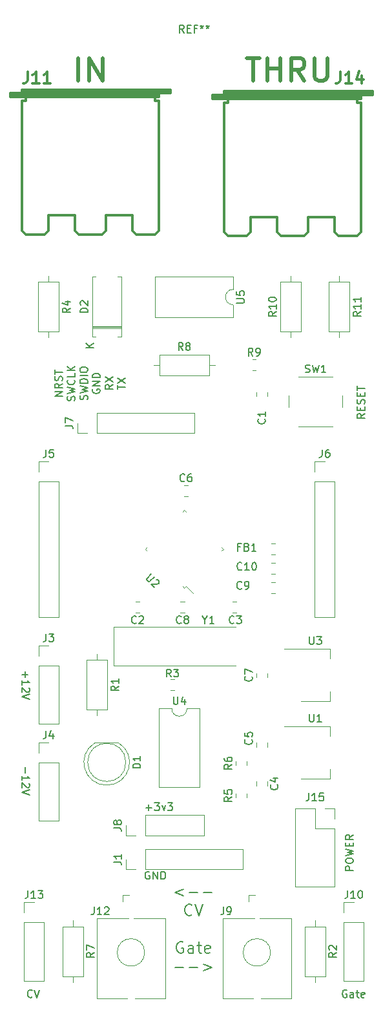
<source format=gbr>
%TF.GenerationSoftware,KiCad,Pcbnew,5.1.8-5.1.8*%
%TF.CreationDate,2020-12-14T22:16:24-06:00*%
%TF.ProjectId,Mini2CV,4d696e69-3243-4562-9e6b-696361645f70,rev?*%
%TF.SameCoordinates,Original*%
%TF.FileFunction,Legend,Top*%
%TF.FilePolarity,Positive*%
%FSLAX46Y46*%
G04 Gerber Fmt 4.6, Leading zero omitted, Abs format (unit mm)*
G04 Created by KiCad (PCBNEW 5.1.8-5.1.8) date 2020-12-14 22:16:24*
%MOMM*%
%LPD*%
G01*
G04 APERTURE LIST*
%ADD10C,0.150000*%
%ADD11C,0.200000*%
%ADD12C,0.500000*%
%ADD13C,0.120000*%
%ADD14C,0.304800*%
G04 APERTURE END LIST*
D10*
X137952380Y-74952380D02*
X137476190Y-75285714D01*
X137952380Y-75523809D02*
X136952380Y-75523809D01*
X136952380Y-75142857D01*
X137000000Y-75047619D01*
X137047619Y-75000000D01*
X137142857Y-74952380D01*
X137285714Y-74952380D01*
X137380952Y-75000000D01*
X137428571Y-75047619D01*
X137476190Y-75142857D01*
X137476190Y-75523809D01*
X137428571Y-74523809D02*
X137428571Y-74190476D01*
X137952380Y-74047619D02*
X137952380Y-74523809D01*
X136952380Y-74523809D01*
X136952380Y-74047619D01*
X137904761Y-73666666D02*
X137952380Y-73523809D01*
X137952380Y-73285714D01*
X137904761Y-73190476D01*
X137857142Y-73142857D01*
X137761904Y-73095238D01*
X137666666Y-73095238D01*
X137571428Y-73142857D01*
X137523809Y-73190476D01*
X137476190Y-73285714D01*
X137428571Y-73476190D01*
X137380952Y-73571428D01*
X137333333Y-73619047D01*
X137238095Y-73666666D01*
X137142857Y-73666666D01*
X137047619Y-73619047D01*
X137000000Y-73571428D01*
X136952380Y-73476190D01*
X136952380Y-73238095D01*
X137000000Y-73095238D01*
X137428571Y-72666666D02*
X137428571Y-72333333D01*
X137952380Y-72190476D02*
X137952380Y-72666666D01*
X136952380Y-72666666D01*
X136952380Y-72190476D01*
X136952380Y-71904761D02*
X136952380Y-71333333D01*
X137952380Y-71619047D02*
X136952380Y-71619047D01*
X135595238Y-150500000D02*
X135500000Y-150452380D01*
X135357142Y-150452380D01*
X135214285Y-150500000D01*
X135119047Y-150595238D01*
X135071428Y-150690476D01*
X135023809Y-150880952D01*
X135023809Y-151023809D01*
X135071428Y-151214285D01*
X135119047Y-151309523D01*
X135214285Y-151404761D01*
X135357142Y-151452380D01*
X135452380Y-151452380D01*
X135595238Y-151404761D01*
X135642857Y-151357142D01*
X135642857Y-151023809D01*
X135452380Y-151023809D01*
X136500000Y-151452380D02*
X136500000Y-150928571D01*
X136452380Y-150833333D01*
X136357142Y-150785714D01*
X136166666Y-150785714D01*
X136071428Y-150833333D01*
X136500000Y-151404761D02*
X136404761Y-151452380D01*
X136166666Y-151452380D01*
X136071428Y-151404761D01*
X136023809Y-151309523D01*
X136023809Y-151214285D01*
X136071428Y-151119047D01*
X136166666Y-151071428D01*
X136404761Y-151071428D01*
X136500000Y-151023809D01*
X136833333Y-150785714D02*
X137214285Y-150785714D01*
X136976190Y-150452380D02*
X136976190Y-151309523D01*
X137023809Y-151404761D01*
X137119047Y-151452380D01*
X137214285Y-151452380D01*
X137928571Y-151404761D02*
X137833333Y-151452380D01*
X137642857Y-151452380D01*
X137547619Y-151404761D01*
X137500000Y-151309523D01*
X137500000Y-150928571D01*
X137547619Y-150833333D01*
X137642857Y-150785714D01*
X137833333Y-150785714D01*
X137928571Y-150833333D01*
X137976190Y-150928571D01*
X137976190Y-151023809D01*
X137500000Y-151119047D01*
X94380952Y-151357142D02*
X94333333Y-151404761D01*
X94190476Y-151452380D01*
X94095238Y-151452380D01*
X93952380Y-151404761D01*
X93857142Y-151309523D01*
X93809523Y-151214285D01*
X93761904Y-151023809D01*
X93761904Y-150880952D01*
X93809523Y-150690476D01*
X93857142Y-150595238D01*
X93952380Y-150500000D01*
X94095238Y-150452380D01*
X94190476Y-150452380D01*
X94333333Y-150500000D01*
X94380952Y-150547619D01*
X94666666Y-150452380D02*
X95000000Y-151452380D01*
X95333333Y-150452380D01*
X136452380Y-134809523D02*
X135452380Y-134809523D01*
X135452380Y-134428571D01*
X135500000Y-134333333D01*
X135547619Y-134285714D01*
X135642857Y-134238095D01*
X135785714Y-134238095D01*
X135880952Y-134285714D01*
X135928571Y-134333333D01*
X135976190Y-134428571D01*
X135976190Y-134809523D01*
X135452380Y-133619047D02*
X135452380Y-133428571D01*
X135500000Y-133333333D01*
X135595238Y-133238095D01*
X135785714Y-133190476D01*
X136119047Y-133190476D01*
X136309523Y-133238095D01*
X136404761Y-133333333D01*
X136452380Y-133428571D01*
X136452380Y-133619047D01*
X136404761Y-133714285D01*
X136309523Y-133809523D01*
X136119047Y-133857142D01*
X135785714Y-133857142D01*
X135595238Y-133809523D01*
X135500000Y-133714285D01*
X135452380Y-133619047D01*
X135452380Y-132857142D02*
X136452380Y-132619047D01*
X135738095Y-132428571D01*
X136452380Y-132238095D01*
X135452380Y-132000000D01*
X135928571Y-131619047D02*
X135928571Y-131285714D01*
X136452380Y-131142857D02*
X136452380Y-131619047D01*
X135452380Y-131619047D01*
X135452380Y-131142857D01*
X136452380Y-130142857D02*
X135976190Y-130476190D01*
X136452380Y-130714285D02*
X135452380Y-130714285D01*
X135452380Y-130333333D01*
X135500000Y-130238095D01*
X135547619Y-130190476D01*
X135642857Y-130142857D01*
X135785714Y-130142857D01*
X135880952Y-130190476D01*
X135928571Y-130238095D01*
X135976190Y-130333333D01*
X135976190Y-130714285D01*
X109738095Y-135000000D02*
X109642857Y-134952380D01*
X109500000Y-134952380D01*
X109357142Y-135000000D01*
X109261904Y-135095238D01*
X109214285Y-135190476D01*
X109166666Y-135380952D01*
X109166666Y-135523809D01*
X109214285Y-135714285D01*
X109261904Y-135809523D01*
X109357142Y-135904761D01*
X109500000Y-135952380D01*
X109595238Y-135952380D01*
X109738095Y-135904761D01*
X109785714Y-135857142D01*
X109785714Y-135523809D01*
X109595238Y-135523809D01*
X110214285Y-135952380D02*
X110214285Y-134952380D01*
X110785714Y-135952380D01*
X110785714Y-134952380D01*
X111261904Y-135952380D02*
X111261904Y-134952380D01*
X111500000Y-134952380D01*
X111642857Y-135000000D01*
X111738095Y-135095238D01*
X111785714Y-135190476D01*
X111833333Y-135380952D01*
X111833333Y-135523809D01*
X111785714Y-135714285D01*
X111738095Y-135809523D01*
X111642857Y-135904761D01*
X111500000Y-135952380D01*
X111261904Y-135952380D01*
X109285714Y-126571428D02*
X110047619Y-126571428D01*
X109666666Y-126952380D02*
X109666666Y-126190476D01*
X110428571Y-125952380D02*
X111047619Y-125952380D01*
X110714285Y-126333333D01*
X110857142Y-126333333D01*
X110952380Y-126380952D01*
X111000000Y-126428571D01*
X111047619Y-126523809D01*
X111047619Y-126761904D01*
X111000000Y-126857142D01*
X110952380Y-126904761D01*
X110857142Y-126952380D01*
X110571428Y-126952380D01*
X110476190Y-126904761D01*
X110428571Y-126857142D01*
X111380952Y-126285714D02*
X111619047Y-126952380D01*
X111857142Y-126285714D01*
X112142857Y-125952380D02*
X112761904Y-125952380D01*
X112428571Y-126333333D01*
X112571428Y-126333333D01*
X112666666Y-126380952D01*
X112714285Y-126428571D01*
X112761904Y-126523809D01*
X112761904Y-126761904D01*
X112714285Y-126857142D01*
X112666666Y-126904761D01*
X112571428Y-126952380D01*
X112285714Y-126952380D01*
X112190476Y-126904761D01*
X112142857Y-126857142D01*
X93428571Y-121238095D02*
X93428571Y-122000000D01*
X93047619Y-123000000D02*
X93047619Y-122428571D01*
X93047619Y-122714285D02*
X94047619Y-122714285D01*
X93904761Y-122619047D01*
X93809523Y-122523809D01*
X93761904Y-122428571D01*
X93952380Y-123380952D02*
X94000000Y-123428571D01*
X94047619Y-123523809D01*
X94047619Y-123761904D01*
X94000000Y-123857142D01*
X93952380Y-123904761D01*
X93857142Y-123952380D01*
X93761904Y-123952380D01*
X93619047Y-123904761D01*
X93047619Y-123333333D01*
X93047619Y-123952380D01*
X94047619Y-124238095D02*
X93047619Y-124571428D01*
X94047619Y-124904761D01*
X93428571Y-108738095D02*
X93428571Y-109500000D01*
X93047619Y-109119047D02*
X93809523Y-109119047D01*
X93047619Y-110500000D02*
X93047619Y-109928571D01*
X93047619Y-110214285D02*
X94047619Y-110214285D01*
X93904761Y-110119047D01*
X93809523Y-110023809D01*
X93761904Y-109928571D01*
X93952380Y-110880952D02*
X94000000Y-110928571D01*
X94047619Y-111023809D01*
X94047619Y-111261904D01*
X94000000Y-111357142D01*
X93952380Y-111404761D01*
X93857142Y-111452380D01*
X93761904Y-111452380D01*
X93619047Y-111404761D01*
X93047619Y-110833333D01*
X93047619Y-111452380D01*
X94047619Y-111738095D02*
X93047619Y-112071428D01*
X94047619Y-112404761D01*
D11*
X114214285Y-137278571D02*
X113071428Y-137707142D01*
X114214285Y-138135714D01*
X114928571Y-137707142D02*
X116071428Y-137707142D01*
X116785714Y-137707142D02*
X117928571Y-137707142D01*
X115321428Y-140585714D02*
X115250000Y-140657142D01*
X115035714Y-140728571D01*
X114892857Y-140728571D01*
X114678571Y-140657142D01*
X114535714Y-140514285D01*
X114464285Y-140371428D01*
X114392857Y-140085714D01*
X114392857Y-139871428D01*
X114464285Y-139585714D01*
X114535714Y-139442857D01*
X114678571Y-139300000D01*
X114892857Y-139228571D01*
X115035714Y-139228571D01*
X115250000Y-139300000D01*
X115321428Y-139371428D01*
X115750000Y-139228571D02*
X116250000Y-140728571D01*
X116750000Y-139228571D01*
X114142857Y-144200000D02*
X114000000Y-144128571D01*
X113785714Y-144128571D01*
X113571428Y-144200000D01*
X113428571Y-144342857D01*
X113357142Y-144485714D01*
X113285714Y-144771428D01*
X113285714Y-144985714D01*
X113357142Y-145271428D01*
X113428571Y-145414285D01*
X113571428Y-145557142D01*
X113785714Y-145628571D01*
X113928571Y-145628571D01*
X114142857Y-145557142D01*
X114214285Y-145485714D01*
X114214285Y-144985714D01*
X113928571Y-144985714D01*
X115500000Y-145628571D02*
X115500000Y-144842857D01*
X115428571Y-144700000D01*
X115285714Y-144628571D01*
X115000000Y-144628571D01*
X114857142Y-144700000D01*
X115500000Y-145557142D02*
X115357142Y-145628571D01*
X115000000Y-145628571D01*
X114857142Y-145557142D01*
X114785714Y-145414285D01*
X114785714Y-145271428D01*
X114857142Y-145128571D01*
X115000000Y-145057142D01*
X115357142Y-145057142D01*
X115500000Y-144985714D01*
X116000000Y-144628571D02*
X116571428Y-144628571D01*
X116214285Y-144128571D02*
X116214285Y-145414285D01*
X116285714Y-145557142D01*
X116428571Y-145628571D01*
X116571428Y-145628571D01*
X117642857Y-145557142D02*
X117500000Y-145628571D01*
X117214285Y-145628571D01*
X117071428Y-145557142D01*
X117000000Y-145414285D01*
X117000000Y-144842857D01*
X117071428Y-144700000D01*
X117214285Y-144628571D01*
X117500000Y-144628571D01*
X117642857Y-144700000D01*
X117714285Y-144842857D01*
X117714285Y-144985714D01*
X117000000Y-145128571D01*
X113071428Y-147507142D02*
X114214285Y-147507142D01*
X114928571Y-147507142D02*
X116071428Y-147507142D01*
X116785714Y-147078571D02*
X117928571Y-147507142D01*
X116785714Y-147935714D01*
D12*
X122500000Y-28357142D02*
X124214285Y-28357142D01*
X123357142Y-31357142D02*
X123357142Y-28357142D01*
X125214285Y-31357142D02*
X125214285Y-28357142D01*
X125214285Y-29785714D02*
X126928571Y-29785714D01*
X126928571Y-31357142D02*
X126928571Y-28357142D01*
X130071428Y-31357142D02*
X129071428Y-29928571D01*
X128357142Y-31357142D02*
X128357142Y-28357142D01*
X129500000Y-28357142D01*
X129785714Y-28500000D01*
X129928571Y-28642857D01*
X130071428Y-28928571D01*
X130071428Y-29357142D01*
X129928571Y-29642857D01*
X129785714Y-29785714D01*
X129500000Y-29928571D01*
X128357142Y-29928571D01*
X131357142Y-28357142D02*
X131357142Y-30785714D01*
X131500000Y-31071428D01*
X131642857Y-31214285D01*
X131928571Y-31357142D01*
X132500000Y-31357142D01*
X132785714Y-31214285D01*
X132928571Y-31071428D01*
X133071428Y-30785714D01*
X133071428Y-28357142D01*
X100428571Y-31357142D02*
X100428571Y-28357142D01*
X101857142Y-31357142D02*
X101857142Y-28357142D01*
X103571428Y-31357142D01*
X103571428Y-28357142D01*
D10*
X98327380Y-72642857D02*
X97327380Y-72642857D01*
X98327380Y-72071428D01*
X97327380Y-72071428D01*
X98327380Y-71023809D02*
X97851190Y-71357142D01*
X98327380Y-71595238D02*
X97327380Y-71595238D01*
X97327380Y-71214285D01*
X97375000Y-71119047D01*
X97422619Y-71071428D01*
X97517857Y-71023809D01*
X97660714Y-71023809D01*
X97755952Y-71071428D01*
X97803571Y-71119047D01*
X97851190Y-71214285D01*
X97851190Y-71595238D01*
X98279761Y-70642857D02*
X98327380Y-70500000D01*
X98327380Y-70261904D01*
X98279761Y-70166666D01*
X98232142Y-70119047D01*
X98136904Y-70071428D01*
X98041666Y-70071428D01*
X97946428Y-70119047D01*
X97898809Y-70166666D01*
X97851190Y-70261904D01*
X97803571Y-70452380D01*
X97755952Y-70547619D01*
X97708333Y-70595238D01*
X97613095Y-70642857D01*
X97517857Y-70642857D01*
X97422619Y-70595238D01*
X97375000Y-70547619D01*
X97327380Y-70452380D01*
X97327380Y-70214285D01*
X97375000Y-70071428D01*
X97327380Y-69785714D02*
X97327380Y-69214285D01*
X98327380Y-69500000D02*
X97327380Y-69500000D01*
X99929761Y-73261904D02*
X99977380Y-73119047D01*
X99977380Y-72880952D01*
X99929761Y-72785714D01*
X99882142Y-72738095D01*
X99786904Y-72690476D01*
X99691666Y-72690476D01*
X99596428Y-72738095D01*
X99548809Y-72785714D01*
X99501190Y-72880952D01*
X99453571Y-73071428D01*
X99405952Y-73166666D01*
X99358333Y-73214285D01*
X99263095Y-73261904D01*
X99167857Y-73261904D01*
X99072619Y-73214285D01*
X99025000Y-73166666D01*
X98977380Y-73071428D01*
X98977380Y-72833333D01*
X99025000Y-72690476D01*
X98977380Y-72357142D02*
X99977380Y-72119047D01*
X99263095Y-71928571D01*
X99977380Y-71738095D01*
X98977380Y-71500000D01*
X99882142Y-70547619D02*
X99929761Y-70595238D01*
X99977380Y-70738095D01*
X99977380Y-70833333D01*
X99929761Y-70976190D01*
X99834523Y-71071428D01*
X99739285Y-71119047D01*
X99548809Y-71166666D01*
X99405952Y-71166666D01*
X99215476Y-71119047D01*
X99120238Y-71071428D01*
X99025000Y-70976190D01*
X98977380Y-70833333D01*
X98977380Y-70738095D01*
X99025000Y-70595238D01*
X99072619Y-70547619D01*
X99977380Y-69642857D02*
X99977380Y-70119047D01*
X98977380Y-70119047D01*
X99977380Y-69309523D02*
X98977380Y-69309523D01*
X99977380Y-68738095D02*
X99405952Y-69166666D01*
X98977380Y-68738095D02*
X99548809Y-69309523D01*
X101579761Y-73119047D02*
X101627380Y-72976190D01*
X101627380Y-72738095D01*
X101579761Y-72642857D01*
X101532142Y-72595238D01*
X101436904Y-72547619D01*
X101341666Y-72547619D01*
X101246428Y-72595238D01*
X101198809Y-72642857D01*
X101151190Y-72738095D01*
X101103571Y-72928571D01*
X101055952Y-73023809D01*
X101008333Y-73071428D01*
X100913095Y-73119047D01*
X100817857Y-73119047D01*
X100722619Y-73071428D01*
X100675000Y-73023809D01*
X100627380Y-72928571D01*
X100627380Y-72690476D01*
X100675000Y-72547619D01*
X100627380Y-72214285D02*
X101627380Y-71976190D01*
X100913095Y-71785714D01*
X101627380Y-71595238D01*
X100627380Y-71357142D01*
X101627380Y-70976190D02*
X100627380Y-70976190D01*
X100627380Y-70738095D01*
X100675000Y-70595238D01*
X100770238Y-70500000D01*
X100865476Y-70452380D01*
X101055952Y-70404761D01*
X101198809Y-70404761D01*
X101389285Y-70452380D01*
X101484523Y-70500000D01*
X101579761Y-70595238D01*
X101627380Y-70738095D01*
X101627380Y-70976190D01*
X101627380Y-69976190D02*
X100627380Y-69976190D01*
X100627380Y-69309523D02*
X100627380Y-69119047D01*
X100675000Y-69023809D01*
X100770238Y-68928571D01*
X100960714Y-68880952D01*
X101294047Y-68880952D01*
X101484523Y-68928571D01*
X101579761Y-69023809D01*
X101627380Y-69119047D01*
X101627380Y-69309523D01*
X101579761Y-69404761D01*
X101484523Y-69500000D01*
X101294047Y-69547619D01*
X100960714Y-69547619D01*
X100770238Y-69500000D01*
X100675000Y-69404761D01*
X100627380Y-69309523D01*
X102325000Y-71761904D02*
X102277380Y-71857142D01*
X102277380Y-72000000D01*
X102325000Y-72142857D01*
X102420238Y-72238095D01*
X102515476Y-72285714D01*
X102705952Y-72333333D01*
X102848809Y-72333333D01*
X103039285Y-72285714D01*
X103134523Y-72238095D01*
X103229761Y-72142857D01*
X103277380Y-72000000D01*
X103277380Y-71904761D01*
X103229761Y-71761904D01*
X103182142Y-71714285D01*
X102848809Y-71714285D01*
X102848809Y-71904761D01*
X103277380Y-71285714D02*
X102277380Y-71285714D01*
X103277380Y-70714285D01*
X102277380Y-70714285D01*
X103277380Y-70238095D02*
X102277380Y-70238095D01*
X102277380Y-70000000D01*
X102325000Y-69857142D01*
X102420238Y-69761904D01*
X102515476Y-69714285D01*
X102705952Y-69666666D01*
X102848809Y-69666666D01*
X103039285Y-69714285D01*
X103134523Y-69761904D01*
X103229761Y-69857142D01*
X103277380Y-70000000D01*
X103277380Y-70238095D01*
X104927380Y-71166666D02*
X104451190Y-71500000D01*
X104927380Y-71738095D02*
X103927380Y-71738095D01*
X103927380Y-71357142D01*
X103975000Y-71261904D01*
X104022619Y-71214285D01*
X104117857Y-71166666D01*
X104260714Y-71166666D01*
X104355952Y-71214285D01*
X104403571Y-71261904D01*
X104451190Y-71357142D01*
X104451190Y-71738095D01*
X103927380Y-70833333D02*
X104927380Y-70166666D01*
X103927380Y-70166666D02*
X104927380Y-70833333D01*
X105577380Y-71761904D02*
X105577380Y-71190476D01*
X106577380Y-71476190D02*
X105577380Y-71476190D01*
X105577380Y-70952380D02*
X106577380Y-70285714D01*
X105577380Y-70285714D02*
X106577380Y-70952380D01*
D13*
%TO.C,C1*%
X123725000Y-72651252D02*
X123725000Y-72128748D01*
X125195000Y-72651252D02*
X125195000Y-72128748D01*
%TO.C,C2*%
X108443752Y-99595000D02*
X107921248Y-99595000D01*
X108443752Y-101065000D02*
X107921248Y-101065000D01*
%TO.C,C3*%
X120621248Y-99595000D02*
X121143752Y-99595000D01*
X120621248Y-101065000D02*
X121143752Y-101065000D01*
%TO.C,C4*%
X123725000Y-123161248D02*
X123725000Y-123683752D01*
X125195000Y-123161248D02*
X125195000Y-123683752D01*
%TO.C,C5*%
X123725000Y-118603752D02*
X123725000Y-118081248D01*
X125195000Y-118603752D02*
X125195000Y-118081248D01*
%TO.C,C6*%
X114271248Y-85825000D02*
X114793752Y-85825000D01*
X114271248Y-84355000D02*
X114793752Y-84355000D01*
%TO.C,C7*%
X125195000Y-109481252D02*
X125195000Y-108958748D01*
X123725000Y-109481252D02*
X123725000Y-108958748D01*
%TO.C,C8*%
X114328752Y-101065000D02*
X113806248Y-101065000D01*
X114328752Y-99595000D02*
X113806248Y-99595000D01*
%TO.C,C9*%
X125701248Y-98525000D02*
X126223752Y-98525000D01*
X125701248Y-97055000D02*
X126223752Y-97055000D01*
%TO.C,C10*%
X125701248Y-94515000D02*
X126223752Y-94515000D01*
X125701248Y-95985000D02*
X126223752Y-95985000D01*
%TO.C,D1*%
X105685000Y-118090000D02*
X102595000Y-118090000D01*
X106640000Y-120650000D02*
G75*
G03*
X106640000Y-120650000I-2500000J0D01*
G01*
X104139538Y-123640000D02*
G75*
G03*
X105684830Y-118090000I462J2990000D01*
G01*
X104140462Y-123640000D02*
G75*
G02*
X102595170Y-118090000I-462J2990000D01*
G01*
%TO.C,D2*%
X102220000Y-63740000D02*
X106060000Y-63740000D01*
X102220000Y-63500000D02*
X106060000Y-63500000D01*
X102220000Y-63620000D02*
X106060000Y-63620000D01*
X106060000Y-57040000D02*
X105580000Y-57040000D01*
X106060000Y-64880000D02*
X106060000Y-57040000D01*
X105580000Y-64880000D02*
X106060000Y-64880000D01*
X102220000Y-57040000D02*
X102700000Y-57040000D01*
X102220000Y-64880000D02*
X102220000Y-57040000D01*
X102700000Y-64880000D02*
X102220000Y-64880000D01*
%TO.C,FB1*%
X125713748Y-93420000D02*
X126236252Y-93420000D01*
X125713748Y-92000000D02*
X126236252Y-92000000D01*
%TO.C,J1*%
X121980000Y-134680000D02*
X121980000Y-132020000D01*
X109220000Y-134680000D02*
X121980000Y-134680000D01*
X109220000Y-132020000D02*
X121980000Y-132020000D01*
X109220000Y-134680000D02*
X109220000Y-132020000D01*
X107950000Y-134680000D02*
X106620000Y-134680000D01*
X106620000Y-134680000D02*
X106620000Y-133350000D01*
%TO.C,J3*%
X95190000Y-105350000D02*
X96520000Y-105350000D01*
X95190000Y-106680000D02*
X95190000Y-105350000D01*
X95190000Y-107950000D02*
X97850000Y-107950000D01*
X97850000Y-107950000D02*
X97850000Y-115630000D01*
X95190000Y-107950000D02*
X95190000Y-115630000D01*
X95190000Y-115630000D02*
X97850000Y-115630000D01*
%TO.C,J4*%
X95190000Y-128330000D02*
X97850000Y-128330000D01*
X95190000Y-120650000D02*
X95190000Y-128330000D01*
X97850000Y-120650000D02*
X97850000Y-128330000D01*
X95190000Y-120650000D02*
X97850000Y-120650000D01*
X95190000Y-119380000D02*
X95190000Y-118050000D01*
X95190000Y-118050000D02*
X96520000Y-118050000D01*
%TO.C,J5*%
X95190000Y-81220000D02*
X96520000Y-81220000D01*
X95190000Y-82550000D02*
X95190000Y-81220000D01*
X95190000Y-83820000D02*
X97850000Y-83820000D01*
X97850000Y-83820000D02*
X97850000Y-101660000D01*
X95190000Y-83820000D02*
X95190000Y-101660000D01*
X95190000Y-101660000D02*
X97850000Y-101660000D01*
%TO.C,J6*%
X131385000Y-101660000D02*
X134045000Y-101660000D01*
X131385000Y-83820000D02*
X131385000Y-101660000D01*
X134045000Y-83820000D02*
X134045000Y-101660000D01*
X131385000Y-83820000D02*
X134045000Y-83820000D01*
X131385000Y-82550000D02*
X131385000Y-81220000D01*
X131385000Y-81220000D02*
X132715000Y-81220000D01*
%TO.C,J7*%
X100270000Y-77530000D02*
X100270000Y-76200000D01*
X101600000Y-77530000D02*
X100270000Y-77530000D01*
X102870000Y-77530000D02*
X102870000Y-74870000D01*
X102870000Y-74870000D02*
X115630000Y-74870000D01*
X102870000Y-77530000D02*
X115630000Y-77530000D01*
X115630000Y-77530000D02*
X115630000Y-74870000D01*
%TO.C,J8*%
X106620000Y-130235000D02*
X106620000Y-128905000D01*
X107950000Y-130235000D02*
X106620000Y-130235000D01*
X109220000Y-130235000D02*
X109220000Y-127575000D01*
X109220000Y-127575000D02*
X116900000Y-127575000D01*
X109220000Y-130235000D02*
X116900000Y-130235000D01*
X116900000Y-130235000D02*
X116900000Y-127575000D01*
%TO.C,J9*%
X119325000Y-141045000D02*
X119325000Y-151545000D01*
X128325000Y-141045000D02*
X128325000Y-151545000D01*
X128325000Y-151545000D02*
X124325000Y-151545000D01*
X123325000Y-151545000D02*
X119325000Y-151545000D01*
X128325000Y-141045000D02*
X124175000Y-141045000D01*
X123475000Y-141045000D02*
X119325000Y-141045000D01*
X125625000Y-145545000D02*
G75*
G03*
X125625000Y-145545000I-1800000J0D01*
G01*
X122765000Y-138065000D02*
X122765000Y-138865000D01*
X122765000Y-138065000D02*
X123625000Y-138065000D01*
%TO.C,J10*%
X135195000Y-149285000D02*
X137855000Y-149285000D01*
X135195000Y-141605000D02*
X135195000Y-149285000D01*
X137855000Y-141605000D02*
X137855000Y-149285000D01*
X135195000Y-141605000D02*
X137855000Y-141605000D01*
X135195000Y-140335000D02*
X135195000Y-139005000D01*
X135195000Y-139005000D02*
X136525000Y-139005000D01*
D14*
%TO.C,J11*%
X110999220Y-33249700D02*
X91499640Y-33249700D01*
X93000780Y-33000780D02*
X110999220Y-33000780D01*
X112500360Y-32749320D02*
X93000780Y-32749320D01*
X110999220Y-50999220D02*
X110999220Y-33999000D01*
X110999220Y-50999220D02*
X110498840Y-51499600D01*
X110498840Y-51499600D02*
X107999480Y-51499600D01*
X107999480Y-51499600D02*
X107499100Y-50999220D01*
X107499100Y-50999220D02*
X107499100Y-49000240D01*
X107499100Y-49000240D02*
X103998980Y-49000240D01*
X93000780Y-50999220D02*
X93000780Y-33999000D01*
X93000780Y-50999220D02*
X93501160Y-51499600D01*
X93501160Y-51499600D02*
X95500140Y-51499600D01*
X95500140Y-51499600D02*
X96000520Y-51499600D01*
X96000520Y-51499600D02*
X96500900Y-50999220D01*
X96500900Y-50999220D02*
X96500900Y-49000240D01*
X96500900Y-49000240D02*
X100001020Y-49000240D01*
X103501140Y-51499600D02*
X103998980Y-50999220D01*
X103998980Y-50999220D02*
X103998980Y-49000240D01*
X103501140Y-51499600D02*
X100498860Y-51499600D01*
X100498860Y-51499600D02*
X100001020Y-50999220D01*
X100001020Y-50999220D02*
X100001020Y-49000240D01*
X91499640Y-33000780D02*
X93000780Y-33000780D01*
X93000780Y-33000780D02*
X93000780Y-32500400D01*
X93000780Y-32500400D02*
X112500360Y-32500400D01*
X112500360Y-33000780D02*
X110999220Y-33000780D01*
X110999220Y-33000780D02*
X110999220Y-33501160D01*
X110999220Y-33501160D02*
X91499640Y-33501160D01*
X93000780Y-33999000D02*
X93501160Y-33999000D01*
X110999220Y-33999000D02*
X110498840Y-33999000D01*
X93501160Y-33501160D02*
X93501160Y-33999000D01*
X110498840Y-33999000D02*
X110498840Y-33501160D01*
X112500360Y-32500400D02*
X112500360Y-33000780D01*
X91499640Y-33501160D02*
X91499640Y-33000780D01*
D13*
%TO.C,J12*%
X106255000Y-138065000D02*
X107115000Y-138065000D01*
X106255000Y-138065000D02*
X106255000Y-138865000D01*
X109115000Y-145545000D02*
G75*
G03*
X109115000Y-145545000I-1800000J0D01*
G01*
X106965000Y-141045000D02*
X102815000Y-141045000D01*
X111815000Y-141045000D02*
X107665000Y-141045000D01*
X106815000Y-151545000D02*
X102815000Y-151545000D01*
X111815000Y-151545000D02*
X107815000Y-151545000D01*
X111815000Y-141045000D02*
X111815000Y-151545000D01*
X102815000Y-141045000D02*
X102815000Y-151545000D01*
%TO.C,J13*%
X93285000Y-139005000D02*
X94615000Y-139005000D01*
X93285000Y-140335000D02*
X93285000Y-139005000D01*
X93285000Y-141605000D02*
X95945000Y-141605000D01*
X95945000Y-141605000D02*
X95945000Y-149285000D01*
X93285000Y-141605000D02*
X93285000Y-149285000D01*
X93285000Y-149285000D02*
X95945000Y-149285000D01*
D14*
%TO.C,J14*%
X117999640Y-33701160D02*
X117999640Y-33200780D01*
X139000360Y-32700400D02*
X139000360Y-33200780D01*
X136998840Y-34199000D02*
X136998840Y-33701160D01*
X120001160Y-33701160D02*
X120001160Y-34199000D01*
X137499220Y-34199000D02*
X136998840Y-34199000D01*
X119500780Y-34199000D02*
X120001160Y-34199000D01*
X137499220Y-33701160D02*
X117999640Y-33701160D01*
X137499220Y-33200780D02*
X137499220Y-33701160D01*
X139000360Y-33200780D02*
X137499220Y-33200780D01*
X119500780Y-32700400D02*
X139000360Y-32700400D01*
X119500780Y-33200780D02*
X119500780Y-32700400D01*
X117999640Y-33200780D02*
X119500780Y-33200780D01*
X126501020Y-51199220D02*
X126501020Y-49200240D01*
X126998860Y-51699600D02*
X126501020Y-51199220D01*
X130001140Y-51699600D02*
X126998860Y-51699600D01*
X130498980Y-51199220D02*
X130498980Y-49200240D01*
X130001140Y-51699600D02*
X130498980Y-51199220D01*
X123000900Y-49200240D02*
X126501020Y-49200240D01*
X123000900Y-51199220D02*
X123000900Y-49200240D01*
X122500520Y-51699600D02*
X123000900Y-51199220D01*
X122000140Y-51699600D02*
X122500520Y-51699600D01*
X120001160Y-51699600D02*
X122000140Y-51699600D01*
X119500780Y-51199220D02*
X120001160Y-51699600D01*
X119500780Y-51199220D02*
X119500780Y-34199000D01*
X133999100Y-49200240D02*
X130498980Y-49200240D01*
X133999100Y-51199220D02*
X133999100Y-49200240D01*
X134499480Y-51699600D02*
X133999100Y-51199220D01*
X136998840Y-51699600D02*
X134499480Y-51699600D01*
X137499220Y-51199220D02*
X136998840Y-51699600D01*
X137499220Y-51199220D02*
X137499220Y-34199000D01*
X139000360Y-32949320D02*
X119500780Y-32949320D01*
X119500780Y-33200780D02*
X137499220Y-33200780D01*
X137499220Y-33449700D02*
X117999640Y-33449700D01*
D13*
%TO.C,J15*%
X132715000Y-126670000D02*
X134045000Y-126670000D01*
X134045000Y-126670000D02*
X134045000Y-128000000D01*
X131445000Y-126670000D02*
X131445000Y-129270000D01*
X131445000Y-129270000D02*
X134045000Y-129270000D01*
X134045000Y-129270000D02*
X134045000Y-136950000D01*
X128845000Y-136950000D02*
X134045000Y-136950000D01*
X128845000Y-126670000D02*
X128845000Y-136950000D01*
X128845000Y-126670000D02*
X131445000Y-126670000D01*
%TO.C,R1*%
X102870000Y-114530000D02*
X102870000Y-113760000D01*
X102870000Y-106450000D02*
X102870000Y-107220000D01*
X104240000Y-113760000D02*
X104240000Y-107220000D01*
X101500000Y-113760000D02*
X104240000Y-113760000D01*
X101500000Y-107220000D02*
X101500000Y-113760000D01*
X104240000Y-107220000D02*
X101500000Y-107220000D01*
%TO.C,R2*%
X131445000Y-149455000D02*
X131445000Y-148685000D01*
X131445000Y-141375000D02*
X131445000Y-142145000D01*
X132815000Y-148685000D02*
X132815000Y-142145000D01*
X130075000Y-148685000D02*
X132815000Y-148685000D01*
X130075000Y-142145000D02*
X130075000Y-148685000D01*
X132815000Y-142145000D02*
X130075000Y-142145000D01*
%TO.C,R3*%
X112987064Y-109755000D02*
X112532936Y-109755000D01*
X112987064Y-111225000D02*
X112532936Y-111225000D01*
%TO.C,R4*%
X97890000Y-57690000D02*
X95150000Y-57690000D01*
X95150000Y-57690000D02*
X95150000Y-64230000D01*
X95150000Y-64230000D02*
X97890000Y-64230000D01*
X97890000Y-64230000D02*
X97890000Y-57690000D01*
X96520000Y-56920000D02*
X96520000Y-57690000D01*
X96520000Y-65000000D02*
X96520000Y-64230000D01*
%TO.C,R5*%
X121015000Y-125227064D02*
X121015000Y-124772936D01*
X122485000Y-125227064D02*
X122485000Y-124772936D01*
%TO.C,R6*%
X122485000Y-120977064D02*
X122485000Y-120522936D01*
X121015000Y-120977064D02*
X121015000Y-120522936D01*
%TO.C,R7*%
X101065000Y-142145000D02*
X98325000Y-142145000D01*
X98325000Y-142145000D02*
X98325000Y-148685000D01*
X98325000Y-148685000D02*
X101065000Y-148685000D01*
X101065000Y-148685000D02*
X101065000Y-142145000D01*
X99695000Y-141375000D02*
X99695000Y-142145000D01*
X99695000Y-149455000D02*
X99695000Y-148685000D01*
%TO.C,R8*%
X111030000Y-67210000D02*
X111030000Y-69950000D01*
X111030000Y-69950000D02*
X117570000Y-69950000D01*
X117570000Y-69950000D02*
X117570000Y-67210000D01*
X117570000Y-67210000D02*
X111030000Y-67210000D01*
X110260000Y-68580000D02*
X111030000Y-68580000D01*
X118340000Y-68580000D02*
X117570000Y-68580000D01*
%TO.C,R9*%
X123232936Y-67845000D02*
X123687064Y-67845000D01*
X123232936Y-69315000D02*
X123687064Y-69315000D01*
%TO.C,R10*%
X128270000Y-56920000D02*
X128270000Y-57690000D01*
X128270000Y-65000000D02*
X128270000Y-64230000D01*
X126900000Y-57690000D02*
X126900000Y-64230000D01*
X129640000Y-57690000D02*
X126900000Y-57690000D01*
X129640000Y-64230000D02*
X129640000Y-57690000D01*
X126900000Y-64230000D02*
X129640000Y-64230000D01*
%TO.C,R11*%
X134620000Y-65000000D02*
X134620000Y-64230000D01*
X134620000Y-56920000D02*
X134620000Y-57690000D01*
X135990000Y-64230000D02*
X135990000Y-57690000D01*
X133250000Y-64230000D02*
X135990000Y-64230000D01*
X133250000Y-57690000D02*
X133250000Y-64230000D01*
X135990000Y-57690000D02*
X133250000Y-57690000D01*
%TO.C,SW1*%
X135020000Y-74120000D02*
X135020000Y-72620000D01*
X133770000Y-70120000D02*
X129270000Y-70120000D01*
X128020000Y-72620000D02*
X128020000Y-74120000D01*
X129270000Y-76620000D02*
X133770000Y-76620000D01*
%TO.C,U1*%
X133380000Y-122790000D02*
X133380000Y-121530000D01*
X133380000Y-115970000D02*
X133380000Y-117230000D01*
X129620000Y-122790000D02*
X133380000Y-122790000D01*
X127370000Y-115970000D02*
X133380000Y-115970000D01*
%TO.C,U2*%
X114512132Y-97603179D02*
X115441977Y-98533024D01*
X114300000Y-97815311D02*
X114512132Y-97603179D01*
X114087868Y-97603179D02*
X114300000Y-97815311D01*
X109194689Y-92710000D02*
X109406821Y-92497868D01*
X109406821Y-92922132D02*
X109194689Y-92710000D01*
X119405311Y-92710000D02*
X119193179Y-92922132D01*
X119193179Y-92497868D02*
X119405311Y-92710000D01*
X114300000Y-87604689D02*
X114087868Y-87816821D01*
X114512132Y-87816821D02*
X114300000Y-87604689D01*
%TO.C,U3*%
X127370000Y-105810000D02*
X133380000Y-105810000D01*
X129620000Y-112630000D02*
X133380000Y-112630000D01*
X133380000Y-105810000D02*
X133380000Y-107070000D01*
X133380000Y-112630000D02*
X133380000Y-111370000D01*
%TO.C,U4*%
X114665000Y-113605000D02*
G75*
G02*
X112665000Y-113605000I-1000000J0D01*
G01*
X112665000Y-113605000D02*
X111015000Y-113605000D01*
X111015000Y-113605000D02*
X111015000Y-123885000D01*
X111015000Y-123885000D02*
X116315000Y-123885000D01*
X116315000Y-123885000D02*
X116315000Y-113605000D01*
X116315000Y-113605000D02*
X114665000Y-113605000D01*
%TO.C,U5*%
X120710000Y-62340000D02*
X120710000Y-60690000D01*
X110430000Y-62340000D02*
X120710000Y-62340000D01*
X110430000Y-57040000D02*
X110430000Y-62340000D01*
X120710000Y-57040000D02*
X110430000Y-57040000D01*
X120710000Y-58690000D02*
X120710000Y-57040000D01*
X120710000Y-60690000D02*
G75*
G02*
X120710000Y-58690000I0J1000000D01*
G01*
%TO.C,Y1*%
X105082500Y-107960000D02*
X121057500Y-107960000D01*
X105082500Y-102860000D02*
X105082500Y-107960000D01*
X121057500Y-102860000D02*
X105082500Y-102860000D01*
%TO.C,REF\u002A\u002A*%
D10*
X114266666Y-25052380D02*
X113933333Y-24576190D01*
X113695238Y-25052380D02*
X113695238Y-24052380D01*
X114076190Y-24052380D01*
X114171428Y-24100000D01*
X114219047Y-24147619D01*
X114266666Y-24242857D01*
X114266666Y-24385714D01*
X114219047Y-24480952D01*
X114171428Y-24528571D01*
X114076190Y-24576190D01*
X113695238Y-24576190D01*
X114695238Y-24528571D02*
X115028571Y-24528571D01*
X115171428Y-25052380D02*
X114695238Y-25052380D01*
X114695238Y-24052380D01*
X115171428Y-24052380D01*
X115933333Y-24528571D02*
X115600000Y-24528571D01*
X115600000Y-25052380D02*
X115600000Y-24052380D01*
X116076190Y-24052380D01*
X116600000Y-24052380D02*
X116600000Y-24290476D01*
X116361904Y-24195238D02*
X116600000Y-24290476D01*
X116838095Y-24195238D01*
X116457142Y-24480952D02*
X116600000Y-24290476D01*
X116742857Y-24480952D01*
X117361904Y-24052380D02*
X117361904Y-24290476D01*
X117123809Y-24195238D02*
X117361904Y-24290476D01*
X117600000Y-24195238D01*
X117219047Y-24480952D02*
X117361904Y-24290476D01*
X117504761Y-24480952D01*
%TO.C,C1*%
X124857142Y-75666666D02*
X124904761Y-75714285D01*
X124952380Y-75857142D01*
X124952380Y-75952380D01*
X124904761Y-76095238D01*
X124809523Y-76190476D01*
X124714285Y-76238095D01*
X124523809Y-76285714D01*
X124380952Y-76285714D01*
X124190476Y-76238095D01*
X124095238Y-76190476D01*
X124000000Y-76095238D01*
X123952380Y-75952380D01*
X123952380Y-75857142D01*
X124000000Y-75714285D01*
X124047619Y-75666666D01*
X124952380Y-74714285D02*
X124952380Y-75285714D01*
X124952380Y-75000000D02*
X123952380Y-75000000D01*
X124095238Y-75095238D01*
X124190476Y-75190476D01*
X124238095Y-75285714D01*
%TO.C,C2*%
X108015833Y-102367142D02*
X107968214Y-102414761D01*
X107825357Y-102462380D01*
X107730119Y-102462380D01*
X107587261Y-102414761D01*
X107492023Y-102319523D01*
X107444404Y-102224285D01*
X107396785Y-102033809D01*
X107396785Y-101890952D01*
X107444404Y-101700476D01*
X107492023Y-101605238D01*
X107587261Y-101510000D01*
X107730119Y-101462380D01*
X107825357Y-101462380D01*
X107968214Y-101510000D01*
X108015833Y-101557619D01*
X108396785Y-101557619D02*
X108444404Y-101510000D01*
X108539642Y-101462380D01*
X108777738Y-101462380D01*
X108872976Y-101510000D01*
X108920595Y-101557619D01*
X108968214Y-101652857D01*
X108968214Y-101748095D01*
X108920595Y-101890952D01*
X108349166Y-102462380D01*
X108968214Y-102462380D01*
%TO.C,C3*%
X120833333Y-102357142D02*
X120785714Y-102404761D01*
X120642857Y-102452380D01*
X120547619Y-102452380D01*
X120404761Y-102404761D01*
X120309523Y-102309523D01*
X120261904Y-102214285D01*
X120214285Y-102023809D01*
X120214285Y-101880952D01*
X120261904Y-101690476D01*
X120309523Y-101595238D01*
X120404761Y-101500000D01*
X120547619Y-101452380D01*
X120642857Y-101452380D01*
X120785714Y-101500000D01*
X120833333Y-101547619D01*
X121166666Y-101452380D02*
X121785714Y-101452380D01*
X121452380Y-101833333D01*
X121595238Y-101833333D01*
X121690476Y-101880952D01*
X121738095Y-101928571D01*
X121785714Y-102023809D01*
X121785714Y-102261904D01*
X121738095Y-102357142D01*
X121690476Y-102404761D01*
X121595238Y-102452380D01*
X121309523Y-102452380D01*
X121214285Y-102404761D01*
X121166666Y-102357142D01*
%TO.C,C4*%
X126497142Y-123589166D02*
X126544761Y-123636785D01*
X126592380Y-123779642D01*
X126592380Y-123874880D01*
X126544761Y-124017738D01*
X126449523Y-124112976D01*
X126354285Y-124160595D01*
X126163809Y-124208214D01*
X126020952Y-124208214D01*
X125830476Y-124160595D01*
X125735238Y-124112976D01*
X125640000Y-124017738D01*
X125592380Y-123874880D01*
X125592380Y-123779642D01*
X125640000Y-123636785D01*
X125687619Y-123589166D01*
X125925714Y-122732023D02*
X126592380Y-122732023D01*
X125544761Y-122970119D02*
X126259047Y-123208214D01*
X126259047Y-122589166D01*
%TO.C,C5*%
X123137142Y-117666666D02*
X123184761Y-117714285D01*
X123232380Y-117857142D01*
X123232380Y-117952380D01*
X123184761Y-118095238D01*
X123089523Y-118190476D01*
X122994285Y-118238095D01*
X122803809Y-118285714D01*
X122660952Y-118285714D01*
X122470476Y-118238095D01*
X122375238Y-118190476D01*
X122280000Y-118095238D01*
X122232380Y-117952380D01*
X122232380Y-117857142D01*
X122280000Y-117714285D01*
X122327619Y-117666666D01*
X122232380Y-116761904D02*
X122232380Y-117238095D01*
X122708571Y-117285714D01*
X122660952Y-117238095D01*
X122613333Y-117142857D01*
X122613333Y-116904761D01*
X122660952Y-116809523D01*
X122708571Y-116761904D01*
X122803809Y-116714285D01*
X123041904Y-116714285D01*
X123137142Y-116761904D01*
X123184761Y-116809523D01*
X123232380Y-116904761D01*
X123232380Y-117142857D01*
X123184761Y-117238095D01*
X123137142Y-117285714D01*
%TO.C,C6*%
X114365833Y-83767142D02*
X114318214Y-83814761D01*
X114175357Y-83862380D01*
X114080119Y-83862380D01*
X113937261Y-83814761D01*
X113842023Y-83719523D01*
X113794404Y-83624285D01*
X113746785Y-83433809D01*
X113746785Y-83290952D01*
X113794404Y-83100476D01*
X113842023Y-83005238D01*
X113937261Y-82910000D01*
X114080119Y-82862380D01*
X114175357Y-82862380D01*
X114318214Y-82910000D01*
X114365833Y-82957619D01*
X115222976Y-82862380D02*
X115032500Y-82862380D01*
X114937261Y-82910000D01*
X114889642Y-82957619D01*
X114794404Y-83100476D01*
X114746785Y-83290952D01*
X114746785Y-83671904D01*
X114794404Y-83767142D01*
X114842023Y-83814761D01*
X114937261Y-83862380D01*
X115127738Y-83862380D01*
X115222976Y-83814761D01*
X115270595Y-83767142D01*
X115318214Y-83671904D01*
X115318214Y-83433809D01*
X115270595Y-83338571D01*
X115222976Y-83290952D01*
X115127738Y-83243333D01*
X114937261Y-83243333D01*
X114842023Y-83290952D01*
X114794404Y-83338571D01*
X114746785Y-83433809D01*
%TO.C,C7*%
X123137142Y-109386666D02*
X123184761Y-109434285D01*
X123232380Y-109577142D01*
X123232380Y-109672380D01*
X123184761Y-109815238D01*
X123089523Y-109910476D01*
X122994285Y-109958095D01*
X122803809Y-110005714D01*
X122660952Y-110005714D01*
X122470476Y-109958095D01*
X122375238Y-109910476D01*
X122280000Y-109815238D01*
X122232380Y-109672380D01*
X122232380Y-109577142D01*
X122280000Y-109434285D01*
X122327619Y-109386666D01*
X122232380Y-109053333D02*
X122232380Y-108386666D01*
X123232380Y-108815238D01*
%TO.C,C8*%
X113900833Y-102367142D02*
X113853214Y-102414761D01*
X113710357Y-102462380D01*
X113615119Y-102462380D01*
X113472261Y-102414761D01*
X113377023Y-102319523D01*
X113329404Y-102224285D01*
X113281785Y-102033809D01*
X113281785Y-101890952D01*
X113329404Y-101700476D01*
X113377023Y-101605238D01*
X113472261Y-101510000D01*
X113615119Y-101462380D01*
X113710357Y-101462380D01*
X113853214Y-101510000D01*
X113900833Y-101557619D01*
X114472261Y-101890952D02*
X114377023Y-101843333D01*
X114329404Y-101795714D01*
X114281785Y-101700476D01*
X114281785Y-101652857D01*
X114329404Y-101557619D01*
X114377023Y-101510000D01*
X114472261Y-101462380D01*
X114662738Y-101462380D01*
X114757976Y-101510000D01*
X114805595Y-101557619D01*
X114853214Y-101652857D01*
X114853214Y-101700476D01*
X114805595Y-101795714D01*
X114757976Y-101843333D01*
X114662738Y-101890952D01*
X114472261Y-101890952D01*
X114377023Y-101938571D01*
X114329404Y-101986190D01*
X114281785Y-102081428D01*
X114281785Y-102271904D01*
X114329404Y-102367142D01*
X114377023Y-102414761D01*
X114472261Y-102462380D01*
X114662738Y-102462380D01*
X114757976Y-102414761D01*
X114805595Y-102367142D01*
X114853214Y-102271904D01*
X114853214Y-102081428D01*
X114805595Y-101986190D01*
X114757976Y-101938571D01*
X114662738Y-101890952D01*
%TO.C,C9*%
X121833333Y-97857142D02*
X121785714Y-97904761D01*
X121642857Y-97952380D01*
X121547619Y-97952380D01*
X121404761Y-97904761D01*
X121309523Y-97809523D01*
X121261904Y-97714285D01*
X121214285Y-97523809D01*
X121214285Y-97380952D01*
X121261904Y-97190476D01*
X121309523Y-97095238D01*
X121404761Y-97000000D01*
X121547619Y-96952380D01*
X121642857Y-96952380D01*
X121785714Y-97000000D01*
X121833333Y-97047619D01*
X122309523Y-97952380D02*
X122500000Y-97952380D01*
X122595238Y-97904761D01*
X122642857Y-97857142D01*
X122738095Y-97714285D01*
X122785714Y-97523809D01*
X122785714Y-97142857D01*
X122738095Y-97047619D01*
X122690476Y-97000000D01*
X122595238Y-96952380D01*
X122404761Y-96952380D01*
X122309523Y-97000000D01*
X122261904Y-97047619D01*
X122214285Y-97142857D01*
X122214285Y-97380952D01*
X122261904Y-97476190D01*
X122309523Y-97523809D01*
X122404761Y-97571428D01*
X122595238Y-97571428D01*
X122690476Y-97523809D01*
X122738095Y-97476190D01*
X122785714Y-97380952D01*
%TO.C,C10*%
X121857142Y-95357142D02*
X121809523Y-95404761D01*
X121666666Y-95452380D01*
X121571428Y-95452380D01*
X121428571Y-95404761D01*
X121333333Y-95309523D01*
X121285714Y-95214285D01*
X121238095Y-95023809D01*
X121238095Y-94880952D01*
X121285714Y-94690476D01*
X121333333Y-94595238D01*
X121428571Y-94500000D01*
X121571428Y-94452380D01*
X121666666Y-94452380D01*
X121809523Y-94500000D01*
X121857142Y-94547619D01*
X122809523Y-95452380D02*
X122238095Y-95452380D01*
X122523809Y-95452380D02*
X122523809Y-94452380D01*
X122428571Y-94595238D01*
X122333333Y-94690476D01*
X122238095Y-94738095D01*
X123428571Y-94452380D02*
X123523809Y-94452380D01*
X123619047Y-94500000D01*
X123666666Y-94547619D01*
X123714285Y-94642857D01*
X123761904Y-94833333D01*
X123761904Y-95071428D01*
X123714285Y-95261904D01*
X123666666Y-95357142D01*
X123619047Y-95404761D01*
X123523809Y-95452380D01*
X123428571Y-95452380D01*
X123333333Y-95404761D01*
X123285714Y-95357142D01*
X123238095Y-95261904D01*
X123190476Y-95071428D01*
X123190476Y-94833333D01*
X123238095Y-94642857D01*
X123285714Y-94547619D01*
X123333333Y-94500000D01*
X123428571Y-94452380D01*
%TO.C,D1*%
X108552380Y-121388095D02*
X107552380Y-121388095D01*
X107552380Y-121150000D01*
X107600000Y-121007142D01*
X107695238Y-120911904D01*
X107790476Y-120864285D01*
X107980952Y-120816666D01*
X108123809Y-120816666D01*
X108314285Y-120864285D01*
X108409523Y-120911904D01*
X108504761Y-121007142D01*
X108552380Y-121150000D01*
X108552380Y-121388095D01*
X108552380Y-119864285D02*
X108552380Y-120435714D01*
X108552380Y-120150000D02*
X107552380Y-120150000D01*
X107695238Y-120245238D01*
X107790476Y-120340476D01*
X107838095Y-120435714D01*
%TO.C,D2*%
X101672380Y-61698095D02*
X100672380Y-61698095D01*
X100672380Y-61460000D01*
X100720000Y-61317142D01*
X100815238Y-61221904D01*
X100910476Y-61174285D01*
X101100952Y-61126666D01*
X101243809Y-61126666D01*
X101434285Y-61174285D01*
X101529523Y-61221904D01*
X101624761Y-61317142D01*
X101672380Y-61460000D01*
X101672380Y-61698095D01*
X100767619Y-60745714D02*
X100720000Y-60698095D01*
X100672380Y-60602857D01*
X100672380Y-60364761D01*
X100720000Y-60269523D01*
X100767619Y-60221904D01*
X100862857Y-60174285D01*
X100958095Y-60174285D01*
X101100952Y-60221904D01*
X101672380Y-60793333D01*
X101672380Y-60174285D01*
X102392380Y-66301904D02*
X101392380Y-66301904D01*
X102392380Y-65730476D02*
X101820952Y-66159047D01*
X101392380Y-65730476D02*
X101963809Y-66301904D01*
%TO.C,FB1*%
X121666666Y-92428571D02*
X121333333Y-92428571D01*
X121333333Y-92952380D02*
X121333333Y-91952380D01*
X121809523Y-91952380D01*
X122523809Y-92428571D02*
X122666666Y-92476190D01*
X122714285Y-92523809D01*
X122761904Y-92619047D01*
X122761904Y-92761904D01*
X122714285Y-92857142D01*
X122666666Y-92904761D01*
X122571428Y-92952380D01*
X122190476Y-92952380D01*
X122190476Y-91952380D01*
X122523809Y-91952380D01*
X122619047Y-92000000D01*
X122666666Y-92047619D01*
X122714285Y-92142857D01*
X122714285Y-92238095D01*
X122666666Y-92333333D01*
X122619047Y-92380952D01*
X122523809Y-92428571D01*
X122190476Y-92428571D01*
X123714285Y-92952380D02*
X123142857Y-92952380D01*
X123428571Y-92952380D02*
X123428571Y-91952380D01*
X123333333Y-92095238D01*
X123238095Y-92190476D01*
X123142857Y-92238095D01*
%TO.C,J1*%
X105072380Y-133683333D02*
X105786666Y-133683333D01*
X105929523Y-133730952D01*
X106024761Y-133826190D01*
X106072380Y-133969047D01*
X106072380Y-134064285D01*
X106072380Y-132683333D02*
X106072380Y-133254761D01*
X106072380Y-132969047D02*
X105072380Y-132969047D01*
X105215238Y-133064285D01*
X105310476Y-133159523D01*
X105358095Y-133254761D01*
%TO.C,J3*%
X96186666Y-103802380D02*
X96186666Y-104516666D01*
X96139047Y-104659523D01*
X96043809Y-104754761D01*
X95900952Y-104802380D01*
X95805714Y-104802380D01*
X96567619Y-103802380D02*
X97186666Y-103802380D01*
X96853333Y-104183333D01*
X96996190Y-104183333D01*
X97091428Y-104230952D01*
X97139047Y-104278571D01*
X97186666Y-104373809D01*
X97186666Y-104611904D01*
X97139047Y-104707142D01*
X97091428Y-104754761D01*
X96996190Y-104802380D01*
X96710476Y-104802380D01*
X96615238Y-104754761D01*
X96567619Y-104707142D01*
%TO.C,J4*%
X96186666Y-116502380D02*
X96186666Y-117216666D01*
X96139047Y-117359523D01*
X96043809Y-117454761D01*
X95900952Y-117502380D01*
X95805714Y-117502380D01*
X97091428Y-116835714D02*
X97091428Y-117502380D01*
X96853333Y-116454761D02*
X96615238Y-117169047D01*
X97234285Y-117169047D01*
%TO.C,J5*%
X96186666Y-79672380D02*
X96186666Y-80386666D01*
X96139047Y-80529523D01*
X96043809Y-80624761D01*
X95900952Y-80672380D01*
X95805714Y-80672380D01*
X97139047Y-79672380D02*
X96662857Y-79672380D01*
X96615238Y-80148571D01*
X96662857Y-80100952D01*
X96758095Y-80053333D01*
X96996190Y-80053333D01*
X97091428Y-80100952D01*
X97139047Y-80148571D01*
X97186666Y-80243809D01*
X97186666Y-80481904D01*
X97139047Y-80577142D01*
X97091428Y-80624761D01*
X96996190Y-80672380D01*
X96758095Y-80672380D01*
X96662857Y-80624761D01*
X96615238Y-80577142D01*
%TO.C,J6*%
X132381666Y-79672380D02*
X132381666Y-80386666D01*
X132334047Y-80529523D01*
X132238809Y-80624761D01*
X132095952Y-80672380D01*
X132000714Y-80672380D01*
X133286428Y-79672380D02*
X133095952Y-79672380D01*
X133000714Y-79720000D01*
X132953095Y-79767619D01*
X132857857Y-79910476D01*
X132810238Y-80100952D01*
X132810238Y-80481904D01*
X132857857Y-80577142D01*
X132905476Y-80624761D01*
X133000714Y-80672380D01*
X133191190Y-80672380D01*
X133286428Y-80624761D01*
X133334047Y-80577142D01*
X133381666Y-80481904D01*
X133381666Y-80243809D01*
X133334047Y-80148571D01*
X133286428Y-80100952D01*
X133191190Y-80053333D01*
X133000714Y-80053333D01*
X132905476Y-80100952D01*
X132857857Y-80148571D01*
X132810238Y-80243809D01*
%TO.C,J7*%
X98722380Y-76533333D02*
X99436666Y-76533333D01*
X99579523Y-76580952D01*
X99674761Y-76676190D01*
X99722380Y-76819047D01*
X99722380Y-76914285D01*
X98722380Y-76152380D02*
X98722380Y-75485714D01*
X99722380Y-75914285D01*
%TO.C,J8*%
X105072380Y-129238333D02*
X105786666Y-129238333D01*
X105929523Y-129285952D01*
X106024761Y-129381190D01*
X106072380Y-129524047D01*
X106072380Y-129619285D01*
X105500952Y-128619285D02*
X105453333Y-128714523D01*
X105405714Y-128762142D01*
X105310476Y-128809761D01*
X105262857Y-128809761D01*
X105167619Y-128762142D01*
X105120000Y-128714523D01*
X105072380Y-128619285D01*
X105072380Y-128428809D01*
X105120000Y-128333571D01*
X105167619Y-128285952D01*
X105262857Y-128238333D01*
X105310476Y-128238333D01*
X105405714Y-128285952D01*
X105453333Y-128333571D01*
X105500952Y-128428809D01*
X105500952Y-128619285D01*
X105548571Y-128714523D01*
X105596190Y-128762142D01*
X105691428Y-128809761D01*
X105881904Y-128809761D01*
X105977142Y-128762142D01*
X106024761Y-128714523D01*
X106072380Y-128619285D01*
X106072380Y-128428809D01*
X106024761Y-128333571D01*
X105977142Y-128285952D01*
X105881904Y-128238333D01*
X105691428Y-128238333D01*
X105596190Y-128285952D01*
X105548571Y-128333571D01*
X105500952Y-128428809D01*
%TO.C,J9*%
X119461666Y-139597380D02*
X119461666Y-140311666D01*
X119414047Y-140454523D01*
X119318809Y-140549761D01*
X119175952Y-140597380D01*
X119080714Y-140597380D01*
X119985476Y-140597380D02*
X120175952Y-140597380D01*
X120271190Y-140549761D01*
X120318809Y-140502142D01*
X120414047Y-140359285D01*
X120461666Y-140168809D01*
X120461666Y-139787857D01*
X120414047Y-139692619D01*
X120366428Y-139645000D01*
X120271190Y-139597380D01*
X120080714Y-139597380D01*
X119985476Y-139645000D01*
X119937857Y-139692619D01*
X119890238Y-139787857D01*
X119890238Y-140025952D01*
X119937857Y-140121190D01*
X119985476Y-140168809D01*
X120080714Y-140216428D01*
X120271190Y-140216428D01*
X120366428Y-140168809D01*
X120414047Y-140121190D01*
X120461666Y-140025952D01*
%TO.C,J10*%
X135715476Y-137457380D02*
X135715476Y-138171666D01*
X135667857Y-138314523D01*
X135572619Y-138409761D01*
X135429761Y-138457380D01*
X135334523Y-138457380D01*
X136715476Y-138457380D02*
X136144047Y-138457380D01*
X136429761Y-138457380D02*
X136429761Y-137457380D01*
X136334523Y-137600238D01*
X136239285Y-137695476D01*
X136144047Y-137743095D01*
X137334523Y-137457380D02*
X137429761Y-137457380D01*
X137525000Y-137505000D01*
X137572619Y-137552619D01*
X137620238Y-137647857D01*
X137667857Y-137838333D01*
X137667857Y-138076428D01*
X137620238Y-138266904D01*
X137572619Y-138362142D01*
X137525000Y-138409761D01*
X137429761Y-138457380D01*
X137334523Y-138457380D01*
X137239285Y-138409761D01*
X137191666Y-138362142D01*
X137144047Y-138266904D01*
X137096428Y-138076428D01*
X137096428Y-137838333D01*
X137144047Y-137647857D01*
X137191666Y-137552619D01*
X137239285Y-137505000D01*
X137334523Y-137457380D01*
%TO.C,J11*%
D14*
X93766285Y-30164688D02*
X93766285Y-31253260D01*
X93693714Y-31470974D01*
X93548571Y-31616117D01*
X93330857Y-31688688D01*
X93185714Y-31688688D01*
X95290285Y-31688688D02*
X94419428Y-31688688D01*
X94854857Y-31688688D02*
X94854857Y-30164688D01*
X94709714Y-30382402D01*
X94564571Y-30527545D01*
X94419428Y-30600117D01*
X96741714Y-31688688D02*
X95870857Y-31688688D01*
X96306285Y-31688688D02*
X96306285Y-30164688D01*
X96161142Y-30382402D01*
X96016000Y-30527545D01*
X95870857Y-30600117D01*
%TO.C,J12*%
D10*
X102475476Y-139597380D02*
X102475476Y-140311666D01*
X102427857Y-140454523D01*
X102332619Y-140549761D01*
X102189761Y-140597380D01*
X102094523Y-140597380D01*
X103475476Y-140597380D02*
X102904047Y-140597380D01*
X103189761Y-140597380D02*
X103189761Y-139597380D01*
X103094523Y-139740238D01*
X102999285Y-139835476D01*
X102904047Y-139883095D01*
X103856428Y-139692619D02*
X103904047Y-139645000D01*
X103999285Y-139597380D01*
X104237380Y-139597380D01*
X104332619Y-139645000D01*
X104380238Y-139692619D01*
X104427857Y-139787857D01*
X104427857Y-139883095D01*
X104380238Y-140025952D01*
X103808809Y-140597380D01*
X104427857Y-140597380D01*
%TO.C,J13*%
X93805476Y-137457380D02*
X93805476Y-138171666D01*
X93757857Y-138314523D01*
X93662619Y-138409761D01*
X93519761Y-138457380D01*
X93424523Y-138457380D01*
X94805476Y-138457380D02*
X94234047Y-138457380D01*
X94519761Y-138457380D02*
X94519761Y-137457380D01*
X94424523Y-137600238D01*
X94329285Y-137695476D01*
X94234047Y-137743095D01*
X95138809Y-137457380D02*
X95757857Y-137457380D01*
X95424523Y-137838333D01*
X95567380Y-137838333D01*
X95662619Y-137885952D01*
X95710238Y-137933571D01*
X95757857Y-138028809D01*
X95757857Y-138266904D01*
X95710238Y-138362142D01*
X95662619Y-138409761D01*
X95567380Y-138457380D01*
X95281666Y-138457380D01*
X95186428Y-138409761D01*
X95138809Y-138362142D01*
%TO.C,J14*%
D14*
X134766285Y-30165428D02*
X134766285Y-31254000D01*
X134693714Y-31471714D01*
X134548571Y-31616857D01*
X134330857Y-31689428D01*
X134185714Y-31689428D01*
X136290285Y-31689428D02*
X135419428Y-31689428D01*
X135854857Y-31689428D02*
X135854857Y-30165428D01*
X135709714Y-30383142D01*
X135564571Y-30528285D01*
X135419428Y-30600857D01*
X137596571Y-30673428D02*
X137596571Y-31689428D01*
X137233714Y-30092857D02*
X136870857Y-31181428D01*
X137814285Y-31181428D01*
%TO.C,J15*%
D10*
X130635476Y-124682380D02*
X130635476Y-125396666D01*
X130587857Y-125539523D01*
X130492619Y-125634761D01*
X130349761Y-125682380D01*
X130254523Y-125682380D01*
X131635476Y-125682380D02*
X131064047Y-125682380D01*
X131349761Y-125682380D02*
X131349761Y-124682380D01*
X131254523Y-124825238D01*
X131159285Y-124920476D01*
X131064047Y-124968095D01*
X132540238Y-124682380D02*
X132064047Y-124682380D01*
X132016428Y-125158571D01*
X132064047Y-125110952D01*
X132159285Y-125063333D01*
X132397380Y-125063333D01*
X132492619Y-125110952D01*
X132540238Y-125158571D01*
X132587857Y-125253809D01*
X132587857Y-125491904D01*
X132540238Y-125587142D01*
X132492619Y-125634761D01*
X132397380Y-125682380D01*
X132159285Y-125682380D01*
X132064047Y-125634761D01*
X132016428Y-125587142D01*
%TO.C,R1*%
X105692380Y-110656666D02*
X105216190Y-110990000D01*
X105692380Y-111228095D02*
X104692380Y-111228095D01*
X104692380Y-110847142D01*
X104740000Y-110751904D01*
X104787619Y-110704285D01*
X104882857Y-110656666D01*
X105025714Y-110656666D01*
X105120952Y-110704285D01*
X105168571Y-110751904D01*
X105216190Y-110847142D01*
X105216190Y-111228095D01*
X105692380Y-109704285D02*
X105692380Y-110275714D01*
X105692380Y-109990000D02*
X104692380Y-109990000D01*
X104835238Y-110085238D01*
X104930476Y-110180476D01*
X104978095Y-110275714D01*
%TO.C,R2*%
X134267380Y-145581666D02*
X133791190Y-145915000D01*
X134267380Y-146153095D02*
X133267380Y-146153095D01*
X133267380Y-145772142D01*
X133315000Y-145676904D01*
X133362619Y-145629285D01*
X133457857Y-145581666D01*
X133600714Y-145581666D01*
X133695952Y-145629285D01*
X133743571Y-145676904D01*
X133791190Y-145772142D01*
X133791190Y-146153095D01*
X133362619Y-145200714D02*
X133315000Y-145153095D01*
X133267380Y-145057857D01*
X133267380Y-144819761D01*
X133315000Y-144724523D01*
X133362619Y-144676904D01*
X133457857Y-144629285D01*
X133553095Y-144629285D01*
X133695952Y-144676904D01*
X134267380Y-145248333D01*
X134267380Y-144629285D01*
%TO.C,R3*%
X112593333Y-109452380D02*
X112260000Y-108976190D01*
X112021904Y-109452380D02*
X112021904Y-108452380D01*
X112402857Y-108452380D01*
X112498095Y-108500000D01*
X112545714Y-108547619D01*
X112593333Y-108642857D01*
X112593333Y-108785714D01*
X112545714Y-108880952D01*
X112498095Y-108928571D01*
X112402857Y-108976190D01*
X112021904Y-108976190D01*
X112926666Y-108452380D02*
X113545714Y-108452380D01*
X113212380Y-108833333D01*
X113355238Y-108833333D01*
X113450476Y-108880952D01*
X113498095Y-108928571D01*
X113545714Y-109023809D01*
X113545714Y-109261904D01*
X113498095Y-109357142D01*
X113450476Y-109404761D01*
X113355238Y-109452380D01*
X113069523Y-109452380D01*
X112974285Y-109404761D01*
X112926666Y-109357142D01*
%TO.C,R4*%
X99342380Y-61126666D02*
X98866190Y-61460000D01*
X99342380Y-61698095D02*
X98342380Y-61698095D01*
X98342380Y-61317142D01*
X98390000Y-61221904D01*
X98437619Y-61174285D01*
X98532857Y-61126666D01*
X98675714Y-61126666D01*
X98770952Y-61174285D01*
X98818571Y-61221904D01*
X98866190Y-61317142D01*
X98866190Y-61698095D01*
X98675714Y-60269523D02*
X99342380Y-60269523D01*
X98294761Y-60507619D02*
X99009047Y-60745714D01*
X99009047Y-60126666D01*
%TO.C,R5*%
X120552380Y-125166666D02*
X120076190Y-125500000D01*
X120552380Y-125738095D02*
X119552380Y-125738095D01*
X119552380Y-125357142D01*
X119600000Y-125261904D01*
X119647619Y-125214285D01*
X119742857Y-125166666D01*
X119885714Y-125166666D01*
X119980952Y-125214285D01*
X120028571Y-125261904D01*
X120076190Y-125357142D01*
X120076190Y-125738095D01*
X119552380Y-124261904D02*
X119552380Y-124738095D01*
X120028571Y-124785714D01*
X119980952Y-124738095D01*
X119933333Y-124642857D01*
X119933333Y-124404761D01*
X119980952Y-124309523D01*
X120028571Y-124261904D01*
X120123809Y-124214285D01*
X120361904Y-124214285D01*
X120457142Y-124261904D01*
X120504761Y-124309523D01*
X120552380Y-124404761D01*
X120552380Y-124642857D01*
X120504761Y-124738095D01*
X120457142Y-124785714D01*
%TO.C,R6*%
X120552380Y-120916666D02*
X120076190Y-121250000D01*
X120552380Y-121488095D02*
X119552380Y-121488095D01*
X119552380Y-121107142D01*
X119600000Y-121011904D01*
X119647619Y-120964285D01*
X119742857Y-120916666D01*
X119885714Y-120916666D01*
X119980952Y-120964285D01*
X120028571Y-121011904D01*
X120076190Y-121107142D01*
X120076190Y-121488095D01*
X119552380Y-120059523D02*
X119552380Y-120250000D01*
X119600000Y-120345238D01*
X119647619Y-120392857D01*
X119790476Y-120488095D01*
X119980952Y-120535714D01*
X120361904Y-120535714D01*
X120457142Y-120488095D01*
X120504761Y-120440476D01*
X120552380Y-120345238D01*
X120552380Y-120154761D01*
X120504761Y-120059523D01*
X120457142Y-120011904D01*
X120361904Y-119964285D01*
X120123809Y-119964285D01*
X120028571Y-120011904D01*
X119980952Y-120059523D01*
X119933333Y-120154761D01*
X119933333Y-120345238D01*
X119980952Y-120440476D01*
X120028571Y-120488095D01*
X120123809Y-120535714D01*
%TO.C,R7*%
X102517380Y-145581666D02*
X102041190Y-145915000D01*
X102517380Y-146153095D02*
X101517380Y-146153095D01*
X101517380Y-145772142D01*
X101565000Y-145676904D01*
X101612619Y-145629285D01*
X101707857Y-145581666D01*
X101850714Y-145581666D01*
X101945952Y-145629285D01*
X101993571Y-145676904D01*
X102041190Y-145772142D01*
X102041190Y-146153095D01*
X101517380Y-145248333D02*
X101517380Y-144581666D01*
X102517380Y-145010238D01*
%TO.C,R8*%
X114133333Y-66662380D02*
X113800000Y-66186190D01*
X113561904Y-66662380D02*
X113561904Y-65662380D01*
X113942857Y-65662380D01*
X114038095Y-65710000D01*
X114085714Y-65757619D01*
X114133333Y-65852857D01*
X114133333Y-65995714D01*
X114085714Y-66090952D01*
X114038095Y-66138571D01*
X113942857Y-66186190D01*
X113561904Y-66186190D01*
X114704761Y-66090952D02*
X114609523Y-66043333D01*
X114561904Y-65995714D01*
X114514285Y-65900476D01*
X114514285Y-65852857D01*
X114561904Y-65757619D01*
X114609523Y-65710000D01*
X114704761Y-65662380D01*
X114895238Y-65662380D01*
X114990476Y-65710000D01*
X115038095Y-65757619D01*
X115085714Y-65852857D01*
X115085714Y-65900476D01*
X115038095Y-65995714D01*
X114990476Y-66043333D01*
X114895238Y-66090952D01*
X114704761Y-66090952D01*
X114609523Y-66138571D01*
X114561904Y-66186190D01*
X114514285Y-66281428D01*
X114514285Y-66471904D01*
X114561904Y-66567142D01*
X114609523Y-66614761D01*
X114704761Y-66662380D01*
X114895238Y-66662380D01*
X114990476Y-66614761D01*
X115038095Y-66567142D01*
X115085714Y-66471904D01*
X115085714Y-66281428D01*
X115038095Y-66186190D01*
X114990476Y-66138571D01*
X114895238Y-66090952D01*
%TO.C,R9*%
X123293333Y-67382380D02*
X122960000Y-66906190D01*
X122721904Y-67382380D02*
X122721904Y-66382380D01*
X123102857Y-66382380D01*
X123198095Y-66430000D01*
X123245714Y-66477619D01*
X123293333Y-66572857D01*
X123293333Y-66715714D01*
X123245714Y-66810952D01*
X123198095Y-66858571D01*
X123102857Y-66906190D01*
X122721904Y-66906190D01*
X123769523Y-67382380D02*
X123960000Y-67382380D01*
X124055238Y-67334761D01*
X124102857Y-67287142D01*
X124198095Y-67144285D01*
X124245714Y-66953809D01*
X124245714Y-66572857D01*
X124198095Y-66477619D01*
X124150476Y-66430000D01*
X124055238Y-66382380D01*
X123864761Y-66382380D01*
X123769523Y-66430000D01*
X123721904Y-66477619D01*
X123674285Y-66572857D01*
X123674285Y-66810952D01*
X123721904Y-66906190D01*
X123769523Y-66953809D01*
X123864761Y-67001428D01*
X124055238Y-67001428D01*
X124150476Y-66953809D01*
X124198095Y-66906190D01*
X124245714Y-66810952D01*
%TO.C,R10*%
X126352380Y-61602857D02*
X125876190Y-61936190D01*
X126352380Y-62174285D02*
X125352380Y-62174285D01*
X125352380Y-61793333D01*
X125400000Y-61698095D01*
X125447619Y-61650476D01*
X125542857Y-61602857D01*
X125685714Y-61602857D01*
X125780952Y-61650476D01*
X125828571Y-61698095D01*
X125876190Y-61793333D01*
X125876190Y-62174285D01*
X126352380Y-60650476D02*
X126352380Y-61221904D01*
X126352380Y-60936190D02*
X125352380Y-60936190D01*
X125495238Y-61031428D01*
X125590476Y-61126666D01*
X125638095Y-61221904D01*
X125352380Y-60031428D02*
X125352380Y-59936190D01*
X125400000Y-59840952D01*
X125447619Y-59793333D01*
X125542857Y-59745714D01*
X125733333Y-59698095D01*
X125971428Y-59698095D01*
X126161904Y-59745714D01*
X126257142Y-59793333D01*
X126304761Y-59840952D01*
X126352380Y-59936190D01*
X126352380Y-60031428D01*
X126304761Y-60126666D01*
X126257142Y-60174285D01*
X126161904Y-60221904D01*
X125971428Y-60269523D01*
X125733333Y-60269523D01*
X125542857Y-60221904D01*
X125447619Y-60174285D01*
X125400000Y-60126666D01*
X125352380Y-60031428D01*
%TO.C,R11*%
X137442380Y-61602857D02*
X136966190Y-61936190D01*
X137442380Y-62174285D02*
X136442380Y-62174285D01*
X136442380Y-61793333D01*
X136490000Y-61698095D01*
X136537619Y-61650476D01*
X136632857Y-61602857D01*
X136775714Y-61602857D01*
X136870952Y-61650476D01*
X136918571Y-61698095D01*
X136966190Y-61793333D01*
X136966190Y-62174285D01*
X137442380Y-60650476D02*
X137442380Y-61221904D01*
X137442380Y-60936190D02*
X136442380Y-60936190D01*
X136585238Y-61031428D01*
X136680476Y-61126666D01*
X136728095Y-61221904D01*
X137442380Y-59698095D02*
X137442380Y-60269523D01*
X137442380Y-59983809D02*
X136442380Y-59983809D01*
X136585238Y-60079047D01*
X136680476Y-60174285D01*
X136728095Y-60269523D01*
%TO.C,SW1*%
X130186666Y-69524761D02*
X130329523Y-69572380D01*
X130567619Y-69572380D01*
X130662857Y-69524761D01*
X130710476Y-69477142D01*
X130758095Y-69381904D01*
X130758095Y-69286666D01*
X130710476Y-69191428D01*
X130662857Y-69143809D01*
X130567619Y-69096190D01*
X130377142Y-69048571D01*
X130281904Y-69000952D01*
X130234285Y-68953333D01*
X130186666Y-68858095D01*
X130186666Y-68762857D01*
X130234285Y-68667619D01*
X130281904Y-68620000D01*
X130377142Y-68572380D01*
X130615238Y-68572380D01*
X130758095Y-68620000D01*
X131091428Y-68572380D02*
X131329523Y-69572380D01*
X131520000Y-68858095D01*
X131710476Y-69572380D01*
X131948571Y-68572380D01*
X132853333Y-69572380D02*
X132281904Y-69572380D01*
X132567619Y-69572380D02*
X132567619Y-68572380D01*
X132472380Y-68715238D01*
X132377142Y-68810476D01*
X132281904Y-68858095D01*
%TO.C,U1*%
X130708095Y-114332380D02*
X130708095Y-115141904D01*
X130755714Y-115237142D01*
X130803333Y-115284761D01*
X130898571Y-115332380D01*
X131089047Y-115332380D01*
X131184285Y-115284761D01*
X131231904Y-115237142D01*
X131279523Y-115141904D01*
X131279523Y-114332380D01*
X132279523Y-115332380D02*
X131708095Y-115332380D01*
X131993809Y-115332380D02*
X131993809Y-114332380D01*
X131898571Y-114475238D01*
X131803333Y-114570476D01*
X131708095Y-114618095D01*
%TO.C,U2*%
X109990689Y-95941814D02*
X109418269Y-96514234D01*
X109384597Y-96615249D01*
X109384597Y-96682593D01*
X109418269Y-96783608D01*
X109552956Y-96918295D01*
X109653971Y-96951967D01*
X109721315Y-96951967D01*
X109822330Y-96918295D01*
X110394750Y-96345875D01*
X110630452Y-96716265D02*
X110697795Y-96716265D01*
X110798811Y-96749936D01*
X110967169Y-96918295D01*
X111000841Y-97019310D01*
X111000841Y-97086654D01*
X110967169Y-97187669D01*
X110899826Y-97255013D01*
X110765139Y-97322356D01*
X109957017Y-97322356D01*
X110394750Y-97760089D01*
%TO.C,U3*%
X130708095Y-104172380D02*
X130708095Y-104981904D01*
X130755714Y-105077142D01*
X130803333Y-105124761D01*
X130898571Y-105172380D01*
X131089047Y-105172380D01*
X131184285Y-105124761D01*
X131231904Y-105077142D01*
X131279523Y-104981904D01*
X131279523Y-104172380D01*
X131660476Y-104172380D02*
X132279523Y-104172380D01*
X131946190Y-104553333D01*
X132089047Y-104553333D01*
X132184285Y-104600952D01*
X132231904Y-104648571D01*
X132279523Y-104743809D01*
X132279523Y-104981904D01*
X132231904Y-105077142D01*
X132184285Y-105124761D01*
X132089047Y-105172380D01*
X131803333Y-105172380D01*
X131708095Y-105124761D01*
X131660476Y-105077142D01*
%TO.C,U4*%
X112903095Y-112057380D02*
X112903095Y-112866904D01*
X112950714Y-112962142D01*
X112998333Y-113009761D01*
X113093571Y-113057380D01*
X113284047Y-113057380D01*
X113379285Y-113009761D01*
X113426904Y-112962142D01*
X113474523Y-112866904D01*
X113474523Y-112057380D01*
X114379285Y-112390714D02*
X114379285Y-113057380D01*
X114141190Y-112009761D02*
X113903095Y-112724047D01*
X114522142Y-112724047D01*
%TO.C,U5*%
X121162380Y-60451904D02*
X121971904Y-60451904D01*
X122067142Y-60404285D01*
X122114761Y-60356666D01*
X122162380Y-60261428D01*
X122162380Y-60070952D01*
X122114761Y-59975714D01*
X122067142Y-59928095D01*
X121971904Y-59880476D01*
X121162380Y-59880476D01*
X121162380Y-58928095D02*
X121162380Y-59404285D01*
X121638571Y-59451904D01*
X121590952Y-59404285D01*
X121543333Y-59309047D01*
X121543333Y-59070952D01*
X121590952Y-58975714D01*
X121638571Y-58928095D01*
X121733809Y-58880476D01*
X121971904Y-58880476D01*
X122067142Y-58928095D01*
X122114761Y-58975714D01*
X122162380Y-59070952D01*
X122162380Y-59309047D01*
X122114761Y-59404285D01*
X122067142Y-59451904D01*
%TO.C,Y1*%
X117023809Y-101976190D02*
X117023809Y-102452380D01*
X116690476Y-101452380D02*
X117023809Y-101976190D01*
X117357142Y-101452380D01*
X118214285Y-102452380D02*
X117642857Y-102452380D01*
X117928571Y-102452380D02*
X117928571Y-101452380D01*
X117833333Y-101595238D01*
X117738095Y-101690476D01*
X117642857Y-101738095D01*
%TD*%
M02*

</source>
